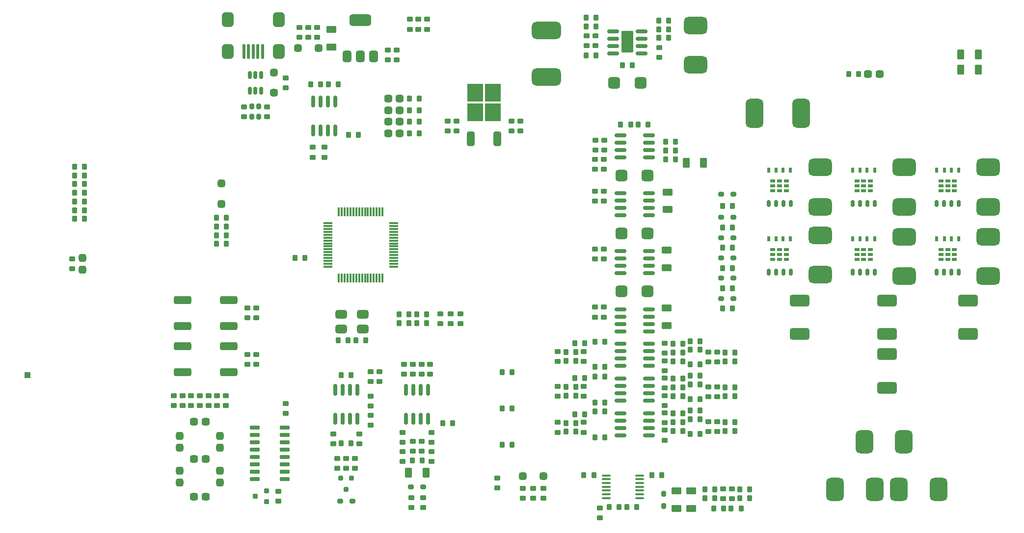
<source format=gbr>
%TF.GenerationSoftware,KiCad,Pcbnew,8.0.3*%
%TF.CreationDate,2024-07-07T23:54:37+03:00*%
%TF.ProjectId,STM32_Motor_Kit_v0.1,53544d33-325f-44d6-9f74-6f725f4b6974,rev?*%
%TF.SameCoordinates,Original*%
%TF.FileFunction,Paste,Top*%
%TF.FilePolarity,Positive*%
%FSLAX46Y46*%
G04 Gerber Fmt 4.6, Leading zero omitted, Abs format (unit mm)*
G04 Created by KiCad (PCBNEW 8.0.3) date 2024-07-07 23:54:37*
%MOMM*%
%LPD*%
G01*
G04 APERTURE LIST*
G04 Aperture macros list*
%AMRoundRect*
0 Rectangle with rounded corners*
0 $1 Rounding radius*
0 $2 $3 $4 $5 $6 $7 $8 $9 X,Y pos of 4 corners*
0 Add a 4 corners polygon primitive as box body*
4,1,4,$2,$3,$4,$5,$6,$7,$8,$9,$2,$3,0*
0 Add four circle primitives for the rounded corners*
1,1,$1+$1,$2,$3*
1,1,$1+$1,$4,$5*
1,1,$1+$1,$6,$7*
1,1,$1+$1,$8,$9*
0 Add four rect primitives between the rounded corners*
20,1,$1+$1,$2,$3,$4,$5,0*
20,1,$1+$1,$4,$5,$6,$7,0*
20,1,$1+$1,$6,$7,$8,$9,0*
20,1,$1+$1,$8,$9,$2,$3,0*%
G04 Aperture macros list end*
%ADD10RoundRect,0.180000X-0.270000X-0.320000X0.270000X-0.320000X0.270000X0.320000X-0.270000X0.320000X0*%
%ADD11RoundRect,0.325000X-0.325000X0.325000X-0.325000X-0.325000X0.325000X-0.325000X0.325000X0.325000X0*%
%ADD12RoundRect,0.180000X-0.320000X0.270000X-0.320000X-0.270000X0.320000X-0.270000X0.320000X0.270000X0*%
%ADD13RoundRect,0.150000X0.825000X0.150000X-0.825000X0.150000X-0.825000X-0.150000X0.825000X-0.150000X0*%
%ADD14RoundRect,0.162500X-0.162500X0.487500X-0.162500X-0.487500X0.162500X-0.487500X0.162500X0.487500X0*%
%ADD15RoundRect,0.200000X0.200000X0.300000X-0.200000X0.300000X-0.200000X-0.300000X0.200000X-0.300000X0*%
%ADD16RoundRect,0.180000X0.270000X0.320000X-0.270000X0.320000X-0.270000X-0.320000X0.270000X-0.320000X0*%
%ADD17RoundRect,0.180000X0.320000X-0.270000X0.320000X0.270000X-0.320000X0.270000X-0.320000X-0.270000X0*%
%ADD18RoundRect,0.325000X0.337500X0.325000X-0.337500X0.325000X-0.337500X-0.325000X0.337500X-0.325000X0*%
%ADD19R,0.900000X0.600000*%
%ADD20R,0.600000X0.900000*%
%ADD21RoundRect,0.150000X-0.150000X-0.425000X0.150000X-0.425000X0.150000X0.425000X-0.150000X0.425000X0*%
%ADD22RoundRect,0.325000X-0.325000X-0.325000X0.325000X-0.325000X0.325000X0.325000X-0.325000X0.325000X0*%
%ADD23RoundRect,0.325000X-0.337500X-0.325000X0.337500X-0.325000X0.337500X0.325000X-0.337500X0.325000X0*%
%ADD24RoundRect,0.350000X1.150000X0.350000X-1.150000X0.350000X-1.150000X-0.350000X1.150000X-0.350000X0*%
%ADD25RoundRect,0.200000X-0.300000X-0.200000X0.300000X-0.200000X0.300000X0.200000X-0.300000X0.200000X0*%
%ADD26RoundRect,0.240000X-0.610000X0.360000X-0.610000X-0.360000X0.610000X-0.360000X0.610000X0.360000X0*%
%ADD27RoundRect,0.750000X-1.250000X-0.750000X1.250000X-0.750000X1.250000X0.750000X-1.250000X0.750000X0*%
%ADD28RoundRect,0.150000X-0.825000X-0.150000X0.825000X-0.150000X0.825000X0.150000X-0.825000X0.150000X0*%
%ADD29RoundRect,0.750000X0.750000X-1.250000X0.750000X1.250000X-0.750000X1.250000X-0.750000X-1.250000X0*%
%ADD30RoundRect,0.375000X0.625000X0.375000X-0.625000X0.375000X-0.625000X-0.375000X0.625000X-0.375000X0*%
%ADD31RoundRect,0.325000X0.325000X-0.325000X0.325000X0.325000X-0.325000X0.325000X-0.325000X-0.325000X0*%
%ADD32RoundRect,0.400000X-1.300000X0.600000X-1.300000X-0.600000X1.300000X-0.600000X1.300000X0.600000X0*%
%ADD33RoundRect,0.125000X0.125000X1.125000X-0.125000X1.125000X-0.125000X-1.125000X0.125000X-1.125000X0*%
%ADD34RoundRect,0.500000X0.500000X0.750000X-0.500000X0.750000X-0.500000X-0.750000X0.500000X-0.750000X0*%
%ADD35RoundRect,0.325000X0.325000X-0.337500X0.325000X0.337500X-0.325000X0.337500X-0.325000X-0.337500X0*%
%ADD36RoundRect,0.240000X-0.360000X-0.610000X0.360000X-0.610000X0.360000X0.610000X-0.360000X0.610000X0*%
%ADD37R,1.000000X1.000000*%
%ADD38RoundRect,0.750000X0.750000X1.750000X-0.750000X1.750000X-0.750000X-1.750000X0.750000X-1.750000X0*%
%ADD39RoundRect,0.100000X-0.637500X-0.100000X0.637500X-0.100000X0.637500X0.100000X-0.637500X0.100000X0*%
%ADD40RoundRect,0.500000X0.550000X0.500000X-0.550000X0.500000X-0.550000X-0.500000X0.550000X-0.500000X0*%
%ADD41RoundRect,0.200000X-0.200000X0.250000X-0.200000X-0.250000X0.200000X-0.250000X0.200000X0.250000X0*%
%ADD42RoundRect,0.150000X-0.150000X0.825000X-0.150000X-0.825000X0.150000X-0.825000X0.150000X0.825000X0*%
%ADD43RoundRect,0.150000X-0.725000X-0.150000X0.725000X-0.150000X0.725000X0.150000X-0.725000X0.150000X0*%
%ADD44RoundRect,0.500000X-0.550000X-0.500000X0.550000X-0.500000X0.550000X0.500000X-0.550000X0.500000X0*%
%ADD45RoundRect,0.375000X0.375000X-0.625000X0.375000X0.625000X-0.375000X0.625000X-0.375000X-0.625000X0*%
%ADD46RoundRect,0.500000X1.400000X-0.500000X1.400000X0.500000X-1.400000X0.500000X-1.400000X-0.500000X0*%
%ADD47R,2.750000X3.050000*%
%ADD48RoundRect,0.350000X0.350000X-0.900000X0.350000X0.900000X-0.350000X0.900000X-0.350000X-0.900000X0*%
%ADD49RoundRect,0.075000X0.075000X-0.700000X0.075000X0.700000X-0.075000X0.700000X-0.075000X-0.700000X0*%
%ADD50RoundRect,0.075000X0.700000X-0.075000X0.700000X0.075000X-0.700000X0.075000X-0.700000X-0.075000X0*%
%ADD51RoundRect,0.750000X1.750000X-0.750000X1.750000X0.750000X-1.750000X0.750000X-1.750000X-0.750000X0*%
%ADD52RoundRect,0.200000X0.800000X1.700000X-0.800000X1.700000X-0.800000X-1.700000X0.800000X-1.700000X0*%
%ADD53RoundRect,0.200000X-0.200000X0.300000X-0.200000X-0.300000X0.200000X-0.300000X0.200000X0.300000X0*%
%ADD54RoundRect,0.750000X1.250000X0.750000X-1.250000X0.750000X-1.250000X-0.750000X1.250000X-0.750000X0*%
%ADD55RoundRect,0.200000X0.250000X0.200000X-0.250000X0.200000X-0.250000X-0.200000X0.250000X-0.200000X0*%
%ADD56RoundRect,0.240000X0.610000X-0.360000X0.610000X0.360000X-0.610000X0.360000X-0.610000X-0.360000X0*%
G04 APERTURE END LIST*
D10*
%TO.C,R50*%
X147650000Y-96500000D03*
X149350000Y-96500000D03*
%TD*%
D11*
%TO.C,D9*%
X61235000Y-81910000D03*
X61235000Y-85410000D03*
%TD*%
D12*
%TO.C,R24*%
X84250000Y-129400000D03*
X84250000Y-131100000D03*
%TD*%
D13*
%TO.C,U3*%
X134975000Y-77405000D03*
X134975000Y-76135000D03*
X134975000Y-74865000D03*
X134975000Y-73595000D03*
X130025000Y-73595000D03*
X130025000Y-74865000D03*
X130025000Y-76135000D03*
X130025000Y-77405000D03*
%TD*%
D14*
%TO.C,U17*%
X68050000Y-63150000D03*
X67100000Y-63150000D03*
X66150000Y-63150000D03*
X66150000Y-65850000D03*
X67100000Y-65850000D03*
X68050000Y-65850000D03*
%TD*%
D10*
%TO.C,R63*%
X109650000Y-120750000D03*
X111350000Y-120750000D03*
%TD*%
D12*
%TO.C,C95*%
X97500000Y-128150000D03*
X97500000Y-129850000D03*
%TD*%
D15*
%TO.C,L3*%
X67700000Y-70400000D03*
X67700000Y-68600000D03*
X66500000Y-68600000D03*
X66500000Y-70400000D03*
%TD*%
D16*
%TO.C,C2*%
X83100000Y-109000000D03*
X81400000Y-109000000D03*
%TD*%
D17*
%TO.C,R80*%
X95750000Y-114850000D03*
X95750000Y-113150000D03*
%TD*%
D18*
%TO.C,D38*%
X58500000Y-123000000D03*
X56500000Y-123000000D03*
%TD*%
D16*
%TO.C,C17*%
X131800000Y-71700000D03*
X130100000Y-71700000D03*
%TD*%
D17*
%TO.C,C111*%
X123750000Y-112600000D03*
X123750000Y-110900000D03*
%TD*%
D19*
%TO.C,Q6*%
X185350000Y-95000000D03*
X186500000Y-95000000D03*
X187650000Y-95000000D03*
X185350000Y-94150000D03*
X186500000Y-94150000D03*
X187650000Y-94150000D03*
X185350000Y-93300000D03*
X186500000Y-93300000D03*
X187650000Y-93300000D03*
D20*
X184620000Y-91450000D03*
X185900000Y-91450000D03*
X187100000Y-91450000D03*
X188380000Y-91450000D03*
D21*
X184590000Y-97170000D03*
X185860000Y-97170000D03*
X187140000Y-97170000D03*
X188410000Y-97170000D03*
%TD*%
D10*
%TO.C,R32*%
X148100000Y-124600000D03*
X149800000Y-124600000D03*
%TD*%
D12*
%TO.C,C28*%
X124250000Y-56400000D03*
X124250000Y-58100000D03*
%TD*%
D10*
%TO.C,C89*%
X150650000Y-134750000D03*
X152350000Y-134750000D03*
%TD*%
D12*
%TO.C,R9*%
X127250000Y-74400000D03*
X127250000Y-76100000D03*
%TD*%
%TO.C,C102*%
X65750000Y-111400000D03*
X65750000Y-113100000D03*
%TD*%
D22*
%TO.C,D3*%
X74450000Y-58550000D03*
X77950000Y-58550000D03*
%TD*%
D16*
%TO.C,R12*%
X125850000Y-59750000D03*
X124150000Y-59750000D03*
%TD*%
D10*
%TO.C,C69*%
X142100000Y-116600000D03*
X143800000Y-116600000D03*
%TD*%
%TO.C,C87*%
X135500000Y-132250000D03*
X137200000Y-132250000D03*
%TD*%
D23*
%TO.C,D8*%
X90000000Y-67250000D03*
X92000000Y-67250000D03*
%TD*%
D10*
%TO.C,C107*%
X142100000Y-109100000D03*
X143800000Y-109100000D03*
%TD*%
D17*
%TO.C,R53*%
X137700000Y-114200000D03*
X137700000Y-112500000D03*
%TD*%
D16*
%TO.C,C35*%
X62085000Y-87830000D03*
X60385000Y-87830000D03*
%TD*%
D17*
%TO.C,C27*%
X111250000Y-72850000D03*
X111250000Y-71150000D03*
%TD*%
D16*
%TO.C,R68*%
X122350000Y-112500000D03*
X120650000Y-112500000D03*
%TD*%
D24*
%TO.C,SW3*%
X62500000Y-114500000D03*
X54500000Y-114500000D03*
X62500000Y-110000000D03*
X54500000Y-110000000D03*
%TD*%
D17*
%TO.C,R82*%
X94250000Y-114850000D03*
X94250000Y-113150000D03*
%TD*%
D25*
%TO.C,D15*%
X147450000Y-83750000D03*
X149550000Y-83750000D03*
%TD*%
D10*
%TO.C,R42*%
X139100000Y-123100000D03*
X140800000Y-123100000D03*
%TD*%
D17*
%TO.C,R55*%
X137700000Y-126200000D03*
X137700000Y-124500000D03*
%TD*%
D10*
%TO.C,R38*%
X139100000Y-111100000D03*
X140800000Y-111100000D03*
%TD*%
%TO.C,R15*%
X93650000Y-73250000D03*
X95350000Y-73250000D03*
%TD*%
D17*
%TO.C,R103*%
X67250000Y-113100000D03*
X67250000Y-111400000D03*
%TD*%
D10*
%TO.C,C68*%
X142100000Y-119100000D03*
X143800000Y-119100000D03*
%TD*%
D16*
%TO.C,R13*%
X125850000Y-54750000D03*
X124150000Y-54750000D03*
%TD*%
D17*
%TO.C,C12*%
X91450000Y-60550001D03*
X91450000Y-58850001D03*
%TD*%
D19*
%TO.C,Q4*%
X170850000Y-95000000D03*
X172000000Y-95000000D03*
X173150000Y-95000000D03*
X170850000Y-94150000D03*
X172000000Y-94150000D03*
X173150000Y-94150000D03*
X170850000Y-93300000D03*
X172000000Y-93300000D03*
X173150000Y-93300000D03*
D20*
X170120000Y-91450000D03*
X171400000Y-91450000D03*
X172600000Y-91450000D03*
X173880000Y-91450000D03*
D21*
X170090000Y-97170000D03*
X171360000Y-97170000D03*
X172640000Y-97170000D03*
X173910000Y-97170000D03*
%TD*%
D26*
%TO.C,C90*%
X139750000Y-135000000D03*
X139750000Y-138000000D03*
%TD*%
D12*
%TO.C,C49*%
X127200000Y-83250000D03*
X127200000Y-84950000D03*
%TD*%
D26*
%TO.C,C16*%
X80200000Y-55300000D03*
X80200000Y-58300000D03*
%TD*%
D27*
%TO.C,D26*%
X193500000Y-91100000D03*
X193500000Y-97900000D03*
%TD*%
D17*
%TO.C,R93*%
X60500000Y-120250000D03*
X60500000Y-118550000D03*
%TD*%
D27*
%TO.C,D25*%
X193500000Y-79100000D03*
X193500000Y-85900000D03*
%TD*%
D28*
%TO.C,U8*%
X130025000Y-93595000D03*
X130025000Y-94865000D03*
X130025000Y-96135000D03*
X130025000Y-97405000D03*
X134975000Y-97405000D03*
X134975000Y-96135000D03*
X134975000Y-94865000D03*
X134975000Y-93595000D03*
%TD*%
D26*
%TO.C,C54*%
X138050000Y-93400000D03*
X138050000Y-96400000D03*
%TD*%
D10*
%TO.C,C8*%
X35900000Y-86500000D03*
X37600000Y-86500000D03*
%TD*%
D27*
%TO.C,D17*%
X164500000Y-79100000D03*
X164500000Y-85900000D03*
%TD*%
D18*
%TO.C,D44*%
X58500000Y-136000000D03*
X56500000Y-136000000D03*
%TD*%
D17*
%TO.C,R48*%
X137700000Y-123200000D03*
X137700000Y-121500000D03*
%TD*%
D12*
%TO.C,C46*%
X125700000Y-83250000D03*
X125700000Y-84950000D03*
%TD*%
D10*
%TO.C,R29*%
X148100000Y-111100000D03*
X149800000Y-111100000D03*
%TD*%
%TO.C,R28*%
X148100000Y-112600000D03*
X149800000Y-112600000D03*
%TD*%
%TO.C,R30*%
X148100000Y-118600000D03*
X149800000Y-118600000D03*
%TD*%
%TO.C,C4*%
X35900000Y-88000000D03*
X37600000Y-88000000D03*
%TD*%
D12*
%TO.C,C39*%
X85000000Y-125150000D03*
X85000000Y-126850000D03*
%TD*%
%TO.C,C37*%
X87000000Y-114400000D03*
X87000000Y-116100000D03*
%TD*%
D24*
%TO.C,SW2*%
X62500000Y-106500000D03*
X54500000Y-106500000D03*
X62500000Y-102000000D03*
X54500000Y-102000000D03*
%TD*%
D12*
%TO.C,FB2*%
X94250000Y-126400000D03*
X94250000Y-128100000D03*
%TD*%
D23*
%TO.C,D7*%
X90000000Y-69250000D03*
X92000000Y-69250000D03*
%TD*%
D29*
%TO.C,D29*%
X178100000Y-134750000D03*
X184900000Y-134750000D03*
%TD*%
D17*
%TO.C,R8*%
X74700000Y-56650000D03*
X74700000Y-54950000D03*
%TD*%
D30*
%TO.C,Y1*%
X85650000Y-104500000D03*
X81850000Y-104500000D03*
X81850000Y-107000000D03*
X85650000Y-107000000D03*
%TD*%
D12*
%TO.C,R25*%
X81250000Y-129400000D03*
X81250000Y-131100000D03*
%TD*%
%TO.C,R22*%
X87000000Y-118650000D03*
X87000000Y-120350000D03*
%TD*%
D16*
%TO.C,R11*%
X138350000Y-55250000D03*
X136650000Y-55250000D03*
%TD*%
D31*
%TO.C,D33*%
X70300000Y-66250000D03*
X70300000Y-62750000D03*
%TD*%
D12*
%TO.C,C110*%
X125700000Y-77750000D03*
X125700000Y-79450000D03*
%TD*%
D10*
%TO.C,C70*%
X142100000Y-125100000D03*
X143800000Y-125100000D03*
%TD*%
D16*
%TO.C,C79*%
X123850000Y-115500000D03*
X122150000Y-115500000D03*
%TD*%
D25*
%TO.C,D16*%
X147450000Y-87750000D03*
X149550000Y-87750000D03*
%TD*%
D32*
%TO.C,R36*%
X161000000Y-102100000D03*
X161000000Y-107900000D03*
%TD*%
D10*
%TO.C,R20*%
X60385000Y-90830000D03*
X62085000Y-90830000D03*
%TD*%
%TO.C,R17*%
X93650000Y-69250000D03*
X95350000Y-69250000D03*
%TD*%
D13*
%TO.C,U10*%
X134975000Y-113405000D03*
X134975000Y-112135000D03*
X134975000Y-110865000D03*
X134975000Y-109595000D03*
X130025000Y-109595000D03*
X130025000Y-110865000D03*
X130025000Y-112135000D03*
X130025000Y-113405000D03*
%TD*%
D17*
%TO.C,R54*%
X137700000Y-120200000D03*
X137700000Y-118500000D03*
%TD*%
D33*
%TO.C,J8*%
X68300000Y-59100000D03*
X67500000Y-59100000D03*
X66700000Y-59100000D03*
X65900000Y-59100000D03*
X65100000Y-59100000D03*
D34*
X71100000Y-59100000D03*
X71100000Y-53600000D03*
X62300000Y-59100000D03*
X62300000Y-53600000D03*
%TD*%
D10*
%TO.C,R40*%
X139100000Y-117100000D03*
X140800000Y-117100000D03*
%TD*%
D35*
%TO.C,D45*%
X37250000Y-96750000D03*
X37250000Y-94750000D03*
%TD*%
D25*
%TO.C,D19*%
X147450000Y-91250000D03*
X149550000Y-91250000D03*
%TD*%
D16*
%TO.C,C13*%
X139550000Y-77700000D03*
X137850000Y-77700000D03*
%TD*%
D17*
%TO.C,C94*%
X92500000Y-126600000D03*
X92500000Y-124900000D03*
%TD*%
%TO.C,R89*%
X115000000Y-136267500D03*
X115000000Y-134567500D03*
%TD*%
D10*
%TO.C,R49*%
X147650000Y-93000000D03*
X149350000Y-93000000D03*
%TD*%
%TO.C,C24*%
X130400000Y-61500000D03*
X132100000Y-61500000D03*
%TD*%
D25*
%TO.C,D24*%
X147450000Y-101750000D03*
X149550000Y-101750000D03*
%TD*%
D12*
%TO.C,C32*%
X96700000Y-53550000D03*
X96700000Y-55250000D03*
%TD*%
D16*
%TO.C,C77*%
X127350000Y-125750000D03*
X125650000Y-125750000D03*
%TD*%
D36*
%TO.C,R3*%
X141400000Y-78300000D03*
X144400000Y-78300000D03*
%TD*%
D12*
%TO.C,R21*%
X88500000Y-114400000D03*
X88500000Y-116100000D03*
%TD*%
D10*
%TO.C,R41*%
X139100000Y-124600000D03*
X140800000Y-124600000D03*
%TD*%
D16*
%TO.C,R77*%
X152350000Y-136250000D03*
X150650000Y-136250000D03*
%TD*%
D12*
%TO.C,C20*%
X76200000Y-54950000D03*
X76200000Y-56650000D03*
%TD*%
D17*
%TO.C,R92*%
X56000000Y-120250000D03*
X56000000Y-118550000D03*
%TD*%
%TO.C,R97*%
X53000000Y-120250000D03*
X53000000Y-118550000D03*
%TD*%
D10*
%TO.C,R65*%
X120650000Y-117000000D03*
X122350000Y-117000000D03*
%TD*%
%TO.C,R4*%
X137850000Y-76200000D03*
X139550000Y-76200000D03*
%TD*%
D27*
%TO.C,D21*%
X179000000Y-79100000D03*
X179000000Y-85900000D03*
%TD*%
D25*
%TO.C,D20*%
X147450000Y-94750000D03*
X149550000Y-94750000D03*
%TD*%
D13*
%TO.C,U11*%
X134975000Y-119405000D03*
X134975000Y-118135000D03*
X134975000Y-116865000D03*
X134975000Y-115595000D03*
X130025000Y-115595000D03*
X130025000Y-116865000D03*
X130025000Y-118135000D03*
X130025000Y-119405000D03*
%TD*%
D26*
%TO.C,C52*%
X138200000Y-83400000D03*
X138200000Y-86400000D03*
%TD*%
D10*
%TO.C,R39*%
X139100000Y-118600000D03*
X140800000Y-118600000D03*
%TD*%
D37*
%TO.C,STM32_Motor_Kit_v1.1*%
X27750000Y-115000000D03*
%TD*%
D12*
%TO.C,TH3*%
X94000000Y-136145000D03*
X94000000Y-137845000D03*
%TD*%
D10*
%TO.C,C7*%
X35900000Y-85000000D03*
X37600000Y-85000000D03*
%TD*%
D38*
%TO.C,L1*%
X161200000Y-69750000D03*
X153200000Y-69750000D03*
%TD*%
D10*
%TO.C,R37*%
X139100000Y-112600000D03*
X140800000Y-112600000D03*
%TD*%
%TO.C,C5*%
X35900000Y-80500000D03*
X37600000Y-80500000D03*
%TD*%
D16*
%TO.C,R73*%
X129850000Y-137750000D03*
X128150000Y-137750000D03*
%TD*%
D23*
%TO.C,D6*%
X90000000Y-71250000D03*
X92000000Y-71250000D03*
%TD*%
D25*
%TO.C,D23*%
X147450000Y-98250000D03*
X149550000Y-98250000D03*
%TD*%
D17*
%TO.C,R74*%
X147750000Y-136350000D03*
X147750000Y-134650000D03*
%TD*%
D10*
%TO.C,C109*%
X142100000Y-121100000D03*
X143800000Y-121100000D03*
%TD*%
D16*
%TO.C,R100*%
X78350000Y-64750000D03*
X76650000Y-64750000D03*
%TD*%
D39*
%TO.C,U13*%
X127637500Y-132300000D03*
X127637500Y-132950000D03*
X127637500Y-133600000D03*
X127637500Y-134250000D03*
X127637500Y-134900000D03*
X127637500Y-135550000D03*
X127637500Y-136200000D03*
X133362500Y-136200000D03*
X133362500Y-135550000D03*
X133362500Y-134900000D03*
X133362500Y-134250000D03*
X133362500Y-133600000D03*
X133362500Y-132950000D03*
X133362500Y-132300000D03*
%TD*%
D12*
%TO.C,C30*%
X125750000Y-56400000D03*
X125750000Y-58100000D03*
%TD*%
D17*
%TO.C,C23*%
X101750000Y-72850000D03*
X101750000Y-71150000D03*
%TD*%
D16*
%TO.C,C96*%
X95850000Y-129750000D03*
X94150000Y-129750000D03*
%TD*%
D17*
%TO.C,C42*%
X82750000Y-131100000D03*
X82750000Y-129400000D03*
%TD*%
D36*
%TO.C,R26*%
X188750000Y-59650000D03*
X191750000Y-59650000D03*
%TD*%
D10*
%TO.C,R18*%
X93650000Y-67250000D03*
X95350000Y-67250000D03*
%TD*%
%TO.C,R56*%
X125650000Y-109250000D03*
X127350000Y-109250000D03*
%TD*%
D35*
%TO.C,D39*%
X54000000Y-127500000D03*
X54000000Y-125500000D03*
%TD*%
D12*
%TO.C,R90*%
X71050000Y-135050000D03*
X71050000Y-136750000D03*
%TD*%
D10*
%TO.C,C67*%
X142100000Y-110600000D03*
X143800000Y-110600000D03*
%TD*%
D40*
%TO.C,D13*%
X134750000Y-90500000D03*
X130250000Y-90500000D03*
%TD*%
D10*
%TO.C,C25*%
X136650000Y-53750000D03*
X138350000Y-53750000D03*
%TD*%
%TO.C,C108*%
X142100000Y-115100000D03*
X143800000Y-115100000D03*
%TD*%
D17*
%TO.C,C63*%
X145200000Y-112700000D03*
X145200000Y-111000000D03*
%TD*%
D12*
%TO.C,TH2*%
X96000000Y-136145000D03*
X96000000Y-137845000D03*
%TD*%
D17*
%TO.C,C14*%
X89950000Y-60550001D03*
X89950000Y-58850001D03*
%TD*%
D25*
%TO.C,D36*%
X93950000Y-134245000D03*
X96050000Y-134245000D03*
%TD*%
D10*
%TO.C,R67*%
X120650000Y-123250000D03*
X122350000Y-123250000D03*
%TD*%
D17*
%TO.C,R76*%
X149250000Y-136350000D03*
X149250000Y-134650000D03*
%TD*%
D29*
%TO.C,D27*%
X172100000Y-126500000D03*
X178900000Y-126500000D03*
%TD*%
D17*
%TO.C,C73*%
X123750000Y-124850000D03*
X123750000Y-123150000D03*
%TD*%
D16*
%TO.C,C40*%
X83600000Y-126750000D03*
X81900000Y-126750000D03*
%TD*%
D12*
%TO.C,C97*%
X92500000Y-128150000D03*
X92500000Y-129850000D03*
%TD*%
D41*
%TO.C,D10*%
X83700000Y-132750000D03*
X81800000Y-132750000D03*
X82750000Y-134750000D03*
%TD*%
D16*
%TO.C,C88*%
X146350000Y-134750000D03*
X144650000Y-134750000D03*
%TD*%
D10*
%TO.C,R60*%
X147650000Y-103500000D03*
X149350000Y-103500000D03*
%TD*%
%TO.C,R5*%
X137850000Y-74700000D03*
X139550000Y-74700000D03*
%TD*%
%TO.C,R6*%
X169400000Y-63000000D03*
X171100000Y-63000000D03*
%TD*%
D40*
%TO.C,D14*%
X134750000Y-100500000D03*
X130250000Y-100500000D03*
%TD*%
D32*
%TO.C,R61*%
X190000000Y-102100000D03*
X190000000Y-107900000D03*
%TD*%
D10*
%TO.C,C38*%
X81900000Y-115000000D03*
X83600000Y-115000000D03*
%TD*%
D25*
%TO.C,D11*%
X81700000Y-136750000D03*
X83800000Y-136750000D03*
%TD*%
D12*
%TO.C,FB1*%
X95750000Y-126400000D03*
X95750000Y-128100000D03*
%TD*%
%TO.C,C50*%
X127200000Y-93250000D03*
X127200000Y-94950000D03*
%TD*%
D42*
%TO.C,U6*%
X84655000Y-117525000D03*
X83385000Y-117525000D03*
X82115000Y-117525000D03*
X80845000Y-117525000D03*
X80845000Y-122475000D03*
X82115000Y-122475000D03*
X83385000Y-122475000D03*
X84655000Y-122475000D03*
%TD*%
D43*
%TO.C,U15*%
X66975000Y-124055000D03*
X66975000Y-125325000D03*
X66975000Y-126595000D03*
X66975000Y-127865000D03*
X66975000Y-129135000D03*
X66975000Y-130405000D03*
X66975000Y-131675000D03*
X66975000Y-132945000D03*
X72125000Y-132945000D03*
X72125000Y-131675000D03*
X72125000Y-130405000D03*
X72125000Y-129135000D03*
X72125000Y-127865000D03*
X72125000Y-126595000D03*
X72125000Y-125325000D03*
X72125000Y-124055000D03*
%TD*%
D36*
%TO.C,R27*%
X188750000Y-62250000D03*
X191750000Y-62250000D03*
%TD*%
D44*
%TO.C,D4*%
X129000000Y-64500000D03*
X133500000Y-64500000D03*
%TD*%
D45*
%TO.C,U2*%
X82900000Y-59950000D03*
X85200000Y-59950000D03*
X87500000Y-59950000D03*
D46*
X85200000Y-53650000D03*
%TD*%
D10*
%TO.C,R10*%
X136650000Y-56750000D03*
X138350000Y-56750000D03*
%TD*%
D17*
%TO.C,C93*%
X97500000Y-126600000D03*
X97500000Y-124900000D03*
%TD*%
D16*
%TO.C,R83*%
X122350000Y-124750000D03*
X120650000Y-124750000D03*
%TD*%
D10*
%TO.C,R1*%
X73900000Y-94750000D03*
X75600000Y-94750000D03*
%TD*%
D26*
%TO.C,C56*%
X138050000Y-103400000D03*
X138050000Y-106400000D03*
%TD*%
D10*
%TO.C,R58*%
X125650000Y-121250000D03*
X127350000Y-121250000D03*
%TD*%
%TO.C,R16*%
X93650000Y-71250000D03*
X95350000Y-71250000D03*
%TD*%
D12*
%TO.C,C91*%
X126500000Y-137900000D03*
X126500000Y-139600000D03*
%TD*%
%TO.C,C83*%
X99000000Y-104400000D03*
X99000000Y-106100000D03*
%TD*%
D17*
%TO.C,C62*%
X146700000Y-124700000D03*
X146700000Y-123000000D03*
%TD*%
%TO.C,R102*%
X77000000Y-77350000D03*
X77000000Y-75650000D03*
%TD*%
D16*
%TO.C,C86*%
X125450000Y-132250000D03*
X123750000Y-132250000D03*
%TD*%
D12*
%TO.C,C51*%
X127200000Y-103250000D03*
X127200000Y-104950000D03*
%TD*%
D17*
%TO.C,C60*%
X146700000Y-112700000D03*
X146700000Y-111000000D03*
%TD*%
D16*
%TO.C,C76*%
X127350000Y-119750000D03*
X125650000Y-119750000D03*
%TD*%
D12*
%TO.C,C104*%
X72300000Y-63650000D03*
X72300000Y-65350000D03*
%TD*%
D19*
%TO.C,Q5*%
X185350000Y-83165000D03*
X186500000Y-83165000D03*
X187650000Y-83165000D03*
X185350000Y-82315000D03*
X186500000Y-82315000D03*
X187650000Y-82315000D03*
X185350000Y-81465000D03*
X186500000Y-81465000D03*
X187650000Y-81465000D03*
D20*
X184620000Y-79615000D03*
X185900000Y-79615000D03*
X187100000Y-79615000D03*
X188380000Y-79615000D03*
D21*
X184590000Y-85335000D03*
X185860000Y-85335000D03*
X187140000Y-85335000D03*
X188410000Y-85335000D03*
%TD*%
D27*
%TO.C,D22*%
X179000000Y-91100000D03*
X179000000Y-97900000D03*
%TD*%
D12*
%TO.C,C21*%
X136750000Y-58400000D03*
X136750000Y-60100000D03*
%TD*%
%TO.C,C82*%
X100750000Y-104400000D03*
X100750000Y-106100000D03*
%TD*%
D10*
%TO.C,R59*%
X147650000Y-100000000D03*
X149350000Y-100000000D03*
%TD*%
D47*
%TO.C,U5*%
X104975000Y-69575000D03*
X108025000Y-69575000D03*
X104975000Y-66225000D03*
X108025000Y-66225000D03*
D48*
X104220000Y-74200000D03*
X108780000Y-74200000D03*
%TD*%
D16*
%TO.C,C84*%
X93600000Y-104500000D03*
X91900000Y-104500000D03*
%TD*%
D10*
%TO.C,R75*%
X144650000Y-136250000D03*
X146350000Y-136250000D03*
%TD*%
D35*
%TO.C,D40*%
X61000000Y-127500000D03*
X61000000Y-125500000D03*
%TD*%
D10*
%TO.C,R14*%
X124150000Y-53250000D03*
X125850000Y-53250000D03*
%TD*%
D35*
%TO.C,D43*%
X61000000Y-133500000D03*
X61000000Y-131500000D03*
%TD*%
D10*
%TO.C,R69*%
X120650000Y-111000000D03*
X122350000Y-111000000D03*
%TD*%
%TO.C,C66*%
X142100000Y-113100000D03*
X143800000Y-113100000D03*
%TD*%
D12*
%TO.C,R88*%
X116750000Y-134567500D03*
X116750000Y-136267500D03*
%TD*%
D16*
%TO.C,C36*%
X62085000Y-92330000D03*
X60385000Y-92330000D03*
%TD*%
D23*
%TO.C,D5*%
X90000000Y-73250000D03*
X92000000Y-73250000D03*
%TD*%
D12*
%TO.C,C34*%
X93700000Y-53550000D03*
X93700000Y-55250000D03*
%TD*%
D16*
%TO.C,R79*%
X147850000Y-138000000D03*
X146150000Y-138000000D03*
%TD*%
D10*
%TO.C,C3*%
X84400000Y-109000000D03*
X86100000Y-109000000D03*
%TD*%
D19*
%TO.C,Q3*%
X170850000Y-83165000D03*
X172000000Y-83165000D03*
X173150000Y-83165000D03*
X170850000Y-82315000D03*
X172000000Y-82315000D03*
X173150000Y-82315000D03*
X170850000Y-81465000D03*
X172000000Y-81465000D03*
X173150000Y-81465000D03*
D20*
X170120000Y-79615000D03*
X171400000Y-79615000D03*
X172600000Y-79615000D03*
X173880000Y-79615000D03*
D21*
X170090000Y-85335000D03*
X171360000Y-85335000D03*
X172640000Y-85335000D03*
X173910000Y-85335000D03*
%TD*%
D17*
%TO.C,R23*%
X87000000Y-123600000D03*
X87000000Y-121900000D03*
%TD*%
D16*
%TO.C,R66*%
X122350000Y-118500000D03*
X120650000Y-118500000D03*
%TD*%
D17*
%TO.C,R95*%
X54500000Y-120250000D03*
X54500000Y-118550000D03*
%TD*%
D12*
%TO.C,C15*%
X127200000Y-77750000D03*
X127200000Y-79450000D03*
%TD*%
D10*
%TO.C,R19*%
X60385000Y-89330000D03*
X62085000Y-89330000D03*
%TD*%
D12*
%TO.C,C112*%
X119250000Y-110900000D03*
X119250000Y-112600000D03*
%TD*%
D19*
%TO.C,Q1*%
X156350000Y-83165000D03*
X157500000Y-83165000D03*
X158650000Y-83165000D03*
X156350000Y-82315000D03*
X157500000Y-82315000D03*
X158650000Y-82315000D03*
X156350000Y-81465000D03*
X157500000Y-81465000D03*
X158650000Y-81465000D03*
D20*
X155620000Y-79615000D03*
X156900000Y-79615000D03*
X158100000Y-79615000D03*
X159380000Y-79615000D03*
D21*
X155590000Y-85335000D03*
X156860000Y-85335000D03*
X158140000Y-85335000D03*
X159410000Y-85335000D03*
%TD*%
D17*
%TO.C,R84*%
X97250000Y-114850000D03*
X97250000Y-113150000D03*
%TD*%
D32*
%TO.C,R51*%
X176000000Y-102100000D03*
X176000000Y-107900000D03*
%TD*%
D10*
%TO.C,C100*%
X83150000Y-73500000D03*
X84850000Y-73500000D03*
%TD*%
D12*
%TO.C,C98*%
X108800000Y-132767500D03*
X108800000Y-134467500D03*
%TD*%
D17*
%TO.C,C64*%
X145200000Y-118700000D03*
X145200000Y-117000000D03*
%TD*%
D16*
%TO.C,R45*%
X140800000Y-115600000D03*
X139100000Y-115600000D03*
%TD*%
D40*
%TO.C,D12*%
X134750000Y-80500000D03*
X130250000Y-80500000D03*
%TD*%
D17*
%TO.C,C41*%
X80500000Y-126850000D03*
X80500000Y-125150000D03*
%TD*%
D16*
%TO.C,C78*%
X123850000Y-109500000D03*
X122150000Y-109500000D03*
%TD*%
D49*
%TO.C,U1*%
X81500000Y-98175000D03*
X82000000Y-98175000D03*
X82500000Y-98175000D03*
X83000000Y-98175000D03*
X83500000Y-98175000D03*
X84000000Y-98175000D03*
X84500000Y-98175000D03*
X85000000Y-98175000D03*
X85500000Y-98175000D03*
X86000000Y-98175000D03*
X86500000Y-98175000D03*
X87000000Y-98175000D03*
X87500000Y-98175000D03*
X88000000Y-98175000D03*
X88500000Y-98175000D03*
X89000000Y-98175000D03*
D50*
X90925000Y-96250000D03*
X90925000Y-95750000D03*
X90925000Y-95250000D03*
X90925000Y-94750000D03*
X90925000Y-94250000D03*
X90925000Y-93750000D03*
X90925000Y-93250000D03*
X90925000Y-92750000D03*
X90925000Y-92250000D03*
X90925000Y-91750000D03*
X90925000Y-91250000D03*
X90925000Y-90750000D03*
X90925000Y-90250000D03*
X90925000Y-89750000D03*
X90925000Y-89250000D03*
X90925000Y-88750000D03*
D49*
X89000000Y-86825000D03*
X88500000Y-86825000D03*
X88000000Y-86825000D03*
X87500000Y-86825000D03*
X87000000Y-86825000D03*
X86500000Y-86825000D03*
X86000000Y-86825000D03*
X85500000Y-86825000D03*
X85000000Y-86825000D03*
X84500000Y-86825000D03*
X84000000Y-86825000D03*
X83500000Y-86825000D03*
X83000000Y-86825000D03*
X82500000Y-86825000D03*
X82000000Y-86825000D03*
X81500000Y-86825000D03*
D50*
X79575000Y-88750000D03*
X79575000Y-89250000D03*
X79575000Y-89750000D03*
X79575000Y-90250000D03*
X79575000Y-90750000D03*
X79575000Y-91250000D03*
X79575000Y-91750000D03*
X79575000Y-92250000D03*
X79575000Y-92750000D03*
X79575000Y-93250000D03*
X79575000Y-93750000D03*
X79575000Y-94250000D03*
X79575000Y-94750000D03*
X79575000Y-95250000D03*
X79575000Y-95750000D03*
X79575000Y-96250000D03*
%TD*%
D35*
%TO.C,D42*%
X54000000Y-133500000D03*
X54000000Y-131500000D03*
%TD*%
D10*
%TO.C,R99*%
X79650000Y-64750000D03*
X81350000Y-64750000D03*
%TD*%
D28*
%TO.C,U9*%
X130025000Y-103595000D03*
X130025000Y-104865000D03*
X130025000Y-106135000D03*
X130025000Y-107405000D03*
X134975000Y-107405000D03*
X134975000Y-106135000D03*
X134975000Y-104865000D03*
X134975000Y-103595000D03*
%TD*%
D17*
%TO.C,R44*%
X137700000Y-111200000D03*
X137700000Y-109500000D03*
%TD*%
D16*
%TO.C,C80*%
X123850000Y-121750000D03*
X122150000Y-121750000D03*
%TD*%
D17*
%TO.C,C61*%
X146700000Y-118700000D03*
X146700000Y-117000000D03*
%TD*%
D10*
%TO.C,R34*%
X147650000Y-85750000D03*
X149350000Y-85750000D03*
%TD*%
D17*
%TO.C,C29*%
X112750000Y-72850000D03*
X112750000Y-71150000D03*
%TD*%
D16*
%TO.C,C85*%
X96600000Y-104500000D03*
X94900000Y-104500000D03*
%TD*%
D18*
%TO.C,D41*%
X58500000Y-129500000D03*
X56500000Y-129500000D03*
%TD*%
D10*
%TO.C,R7*%
X133100000Y-71700000D03*
X134800000Y-71700000D03*
%TD*%
D18*
%TO.C,D1*%
X174750000Y-63000000D03*
X172750000Y-63000000D03*
%TD*%
D10*
%TO.C,C10*%
X35900000Y-82000000D03*
X37600000Y-82000000D03*
%TD*%
D51*
%TO.C,L2*%
X117250000Y-63500000D03*
X117250000Y-55500000D03*
%TD*%
D16*
%TO.C,C75*%
X127350000Y-113500000D03*
X125650000Y-113500000D03*
%TD*%
D42*
%TO.C,U16*%
X80905000Y-67775000D03*
X79635000Y-67775000D03*
X78365000Y-67775000D03*
X77095000Y-67775000D03*
X77095000Y-72725000D03*
X78365000Y-72725000D03*
X79635000Y-72725000D03*
X80905000Y-72725000D03*
%TD*%
D10*
%TO.C,R70*%
X94900000Y-106000000D03*
X96600000Y-106000000D03*
%TD*%
%TO.C,R35*%
X147650000Y-89500000D03*
X149350000Y-89500000D03*
%TD*%
D42*
%TO.C,U14*%
X96905000Y-117525000D03*
X95635000Y-117525000D03*
X94365000Y-117525000D03*
X93095000Y-117525000D03*
X93095000Y-122475000D03*
X94365000Y-122475000D03*
X95635000Y-122475000D03*
X96905000Y-122475000D03*
%TD*%
D10*
%TO.C,R33*%
X148100000Y-123100000D03*
X149800000Y-123100000D03*
%TD*%
D16*
%TO.C,R47*%
X140800000Y-121600000D03*
X139100000Y-121600000D03*
%TD*%
D17*
%TO.C,R101*%
X79000000Y-77350000D03*
X79000000Y-75650000D03*
%TD*%
D13*
%TO.C,U12*%
X134975000Y-125405000D03*
X134975000Y-124135000D03*
X134975000Y-122865000D03*
X134975000Y-121595000D03*
X130025000Y-121595000D03*
X130025000Y-122865000D03*
X130025000Y-124135000D03*
X130025000Y-125405000D03*
%TD*%
D10*
%TO.C,C71*%
X142100000Y-122600000D03*
X143800000Y-122600000D03*
%TD*%
D16*
%TO.C,R72*%
X132850000Y-137750000D03*
X131150000Y-137750000D03*
%TD*%
D17*
%TO.C,R46*%
X137700000Y-117200000D03*
X137700000Y-115500000D03*
%TD*%
D12*
%TO.C,C47*%
X125700000Y-93250000D03*
X125700000Y-94950000D03*
%TD*%
D27*
%TO.C,D18*%
X164500000Y-90850000D03*
X164500000Y-97650000D03*
%TD*%
D13*
%TO.C,U4*%
X133725000Y-59405000D03*
X133725000Y-58135000D03*
X133725000Y-56865000D03*
X133725000Y-55595000D03*
X128775000Y-55595000D03*
X128775000Y-56865000D03*
X128775000Y-58135000D03*
X128775000Y-59405000D03*
D52*
X131250000Y-57400000D03*
%TD*%
D28*
%TO.C,U7*%
X130025000Y-83595000D03*
X130025000Y-84865000D03*
X130025000Y-86135000D03*
X130025000Y-87405000D03*
X134975000Y-87405000D03*
X134975000Y-86135000D03*
X134975000Y-84865000D03*
X134975000Y-83595000D03*
%TD*%
D53*
%TO.C,D32*%
X137500000Y-135450000D03*
X137500000Y-137550000D03*
%TD*%
D17*
%TO.C,R94*%
X57500000Y-120250000D03*
X57500000Y-118550000D03*
%TD*%
%TO.C,R81*%
X92750000Y-114850000D03*
X92750000Y-113150000D03*
%TD*%
D12*
%TO.C,C113*%
X119250000Y-116900000D03*
X119250000Y-118600000D03*
%TD*%
D10*
%TO.C,C9*%
X35900000Y-79000000D03*
X37600000Y-79000000D03*
%TD*%
D17*
%TO.C,R91*%
X59000000Y-120250000D03*
X59000000Y-118550000D03*
%TD*%
D32*
%TO.C,R52*%
X176000000Y-111350000D03*
X176000000Y-117150000D03*
%TD*%
D16*
%TO.C,R43*%
X140800000Y-109600000D03*
X139100000Y-109600000D03*
%TD*%
D12*
%TO.C,C81*%
X102500000Y-104400000D03*
X102500000Y-106100000D03*
%TD*%
D10*
%TO.C,R64*%
X109650000Y-127000000D03*
X111350000Y-127000000D03*
%TD*%
D19*
%TO.C,Q2*%
X156350000Y-95000000D03*
X157500000Y-95000000D03*
X158650000Y-95000000D03*
X156350000Y-94150000D03*
X157500000Y-94150000D03*
X158650000Y-94150000D03*
X156350000Y-93300000D03*
X157500000Y-93300000D03*
X158650000Y-93300000D03*
D20*
X155620000Y-91450000D03*
X156900000Y-91450000D03*
X158100000Y-91450000D03*
X159380000Y-91450000D03*
D21*
X155590000Y-97170000D03*
X156860000Y-97170000D03*
X158140000Y-97170000D03*
X159410000Y-97170000D03*
%TD*%
D12*
%TO.C,C48*%
X125700000Y-103250000D03*
X125700000Y-104950000D03*
%TD*%
D10*
%TO.C,R78*%
X149150000Y-138000000D03*
X150850000Y-138000000D03*
%TD*%
D54*
%TO.C,D2*%
X143000000Y-61400000D03*
X143000000Y-54600000D03*
%TD*%
D12*
%TO.C,C106*%
X69100000Y-68650000D03*
X69100000Y-70350000D03*
%TD*%
D10*
%TO.C,R62*%
X109650000Y-114500000D03*
X111350000Y-114500000D03*
%TD*%
D12*
%TO.C,R98*%
X35500000Y-94900000D03*
X35500000Y-96600000D03*
%TD*%
D17*
%TO.C,C101*%
X113250000Y-136267500D03*
X113250000Y-134567500D03*
%TD*%
D10*
%TO.C,R31*%
X148100000Y-117100000D03*
X149800000Y-117100000D03*
%TD*%
D12*
%TO.C,C33*%
X95200000Y-53550000D03*
X95200000Y-55250000D03*
%TD*%
D10*
%TO.C,R71*%
X91900000Y-106000000D03*
X93600000Y-106000000D03*
%TD*%
D22*
%TO.C,D37*%
X113250000Y-132417500D03*
X116750000Y-132417500D03*
%TD*%
D17*
%TO.C,C99*%
X72300000Y-121600000D03*
X72300000Y-119900000D03*
%TD*%
%TO.C,C26*%
X100250000Y-72850000D03*
X100250000Y-71150000D03*
%TD*%
D10*
%TO.C,C6*%
X35900000Y-83500000D03*
X37600000Y-83500000D03*
%TD*%
D12*
%TO.C,C18*%
X77700000Y-54950000D03*
X77700000Y-56650000D03*
%TD*%
D10*
%TO.C,C92*%
X99400000Y-123250000D03*
X101100000Y-123250000D03*
%TD*%
D17*
%TO.C,R96*%
X62000000Y-120250000D03*
X62000000Y-118550000D03*
%TD*%
%TO.C,C65*%
X145200000Y-124700000D03*
X145200000Y-123000000D03*
%TD*%
D55*
%TO.C,Q7*%
X69050000Y-136850000D03*
X69050000Y-134950000D03*
X67050000Y-135900000D03*
%TD*%
D36*
%TO.C,R87*%
X93500000Y-131845000D03*
X96500000Y-131845000D03*
%TD*%
D10*
%TO.C,R57*%
X125650000Y-115250000D03*
X127350000Y-115250000D03*
%TD*%
D12*
%TO.C,C22*%
X125750000Y-74400000D03*
X125750000Y-76100000D03*
%TD*%
%TO.C,C105*%
X65100000Y-68650000D03*
X65100000Y-70350000D03*
%TD*%
D17*
%TO.C,R2*%
X67250000Y-105100000D03*
X67250000Y-103400000D03*
%TD*%
D12*
%TO.C,C114*%
X119250000Y-123150000D03*
X119250000Y-124850000D03*
%TD*%
D29*
%TO.C,D28*%
X167100000Y-134750000D03*
X173900000Y-134750000D03*
%TD*%
D17*
%TO.C,C72*%
X123750000Y-118600000D03*
X123750000Y-116900000D03*
%TD*%
D56*
%TO.C,TH1*%
X142250000Y-138000000D03*
X142250000Y-135000000D03*
%TD*%
D12*
%TO.C,C1*%
X65750000Y-103400000D03*
X65750000Y-105100000D03*
%TD*%
M02*

</source>
